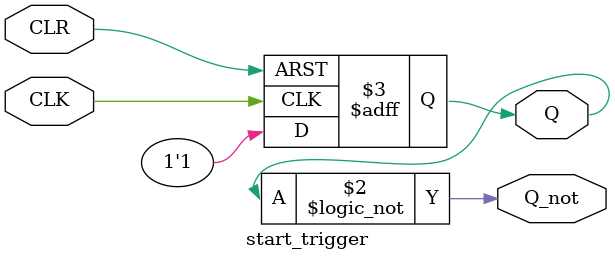
<source format=v>
module start_trigger (input CLK, input CLR, output reg Q, output Q_not);

	always @ (posedge CLK or posedge CLR) begin
			if (CLR) Q <= 1'b0;
			else if (CLK)  Q <= 1'b1;

	end
	
	assign Q_not = !Q;
endmodule 
</source>
